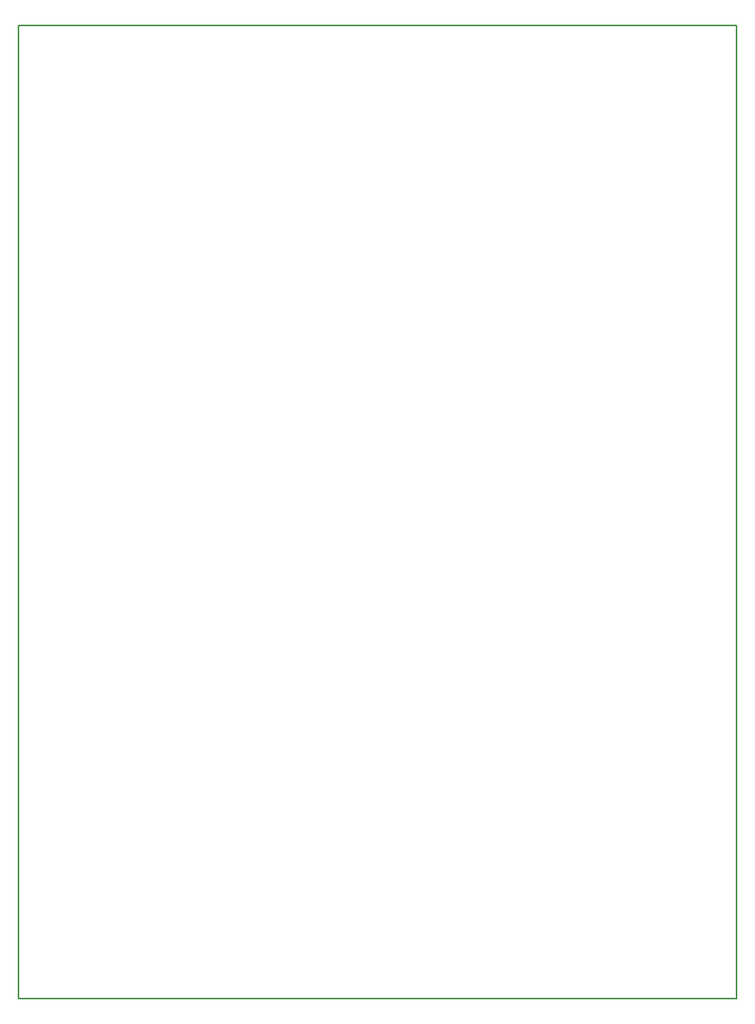
<source format=gbr>
G04 #@! TF.FileFunction,Profile,NP*
%FSLAX46Y46*%
G04 Gerber Fmt 4.6, Leading zero omitted, Abs format (unit mm)*
G04 Created by KiCad (PCBNEW 4.0.7) date Mon Nov 20 20:18:14 2017*
%MOMM*%
%LPD*%
G01*
G04 APERTURE LIST*
%ADD10C,0.100000*%
%ADD11C,0.150000*%
G04 APERTURE END LIST*
D10*
D11*
X79000000Y0D02*
X79000000Y107000000D01*
X0Y0D02*
X79000000Y0D01*
X0Y107000000D02*
X79000000Y107000000D01*
X0Y0D02*
X0Y107000000D01*
M02*

</source>
